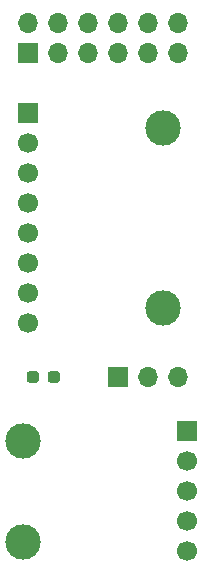
<source format=gts>
G04 #@! TF.GenerationSoftware,KiCad,Pcbnew,6.0.9-8da3e8f707~116~ubuntu20.04.1*
G04 #@! TF.CreationDate,2023-03-05T00:07:15+01:00*
G04 #@! TF.ProjectId,accl_magn_pmod,6163636c-5f6d-4616-976e-5f706d6f642e,rev?*
G04 #@! TF.SameCoordinates,Original*
G04 #@! TF.FileFunction,Soldermask,Top*
G04 #@! TF.FilePolarity,Negative*
%FSLAX46Y46*%
G04 Gerber Fmt 4.6, Leading zero omitted, Abs format (unit mm)*
G04 Created by KiCad (PCBNEW 6.0.9-8da3e8f707~116~ubuntu20.04.1) date 2023-03-05 00:07:15*
%MOMM*%
%LPD*%
G01*
G04 APERTURE LIST*
G04 Aperture macros list*
%AMRoundRect*
0 Rectangle with rounded corners*
0 $1 Rounding radius*
0 $2 $3 $4 $5 $6 $7 $8 $9 X,Y pos of 4 corners*
0 Add a 4 corners polygon primitive as box body*
4,1,4,$2,$3,$4,$5,$6,$7,$8,$9,$2,$3,0*
0 Add four circle primitives for the rounded corners*
1,1,$1+$1,$2,$3*
1,1,$1+$1,$4,$5*
1,1,$1+$1,$6,$7*
1,1,$1+$1,$8,$9*
0 Add four rect primitives between the rounded corners*
20,1,$1+$1,$2,$3,$4,$5,0*
20,1,$1+$1,$4,$5,$6,$7,0*
20,1,$1+$1,$6,$7,$8,$9,0*
20,1,$1+$1,$8,$9,$2,$3,0*%
G04 Aperture macros list end*
%ADD10C,3.000000*%
%ADD11R,1.700000X1.700000*%
%ADD12C,1.700000*%
%ADD13O,1.700000X1.700000*%
%ADD14RoundRect,0.237500X-0.287500X-0.237500X0.287500X-0.237500X0.287500X0.237500X-0.287500X0.237500X0*%
G04 APERTURE END LIST*
D10*
X117627400Y-103621400D03*
X117627400Y-95021400D03*
D11*
X131572000Y-94234000D03*
D12*
X131572000Y-96774000D03*
X131572000Y-99314000D03*
X131572000Y-101854000D03*
X131572000Y-104394000D03*
D10*
X129540000Y-68580000D03*
X129540000Y-83820000D03*
D11*
X118110000Y-67310000D03*
D12*
X118110000Y-69850000D03*
X118110000Y-72390000D03*
X118110000Y-74930000D03*
X118110000Y-77470000D03*
X118110000Y-80010000D03*
X118110000Y-82550000D03*
X118110000Y-85090000D03*
D11*
X125730000Y-89662000D03*
D13*
X128270000Y-89662000D03*
X130810000Y-89662000D03*
D11*
X118110000Y-62230000D03*
D13*
X118110000Y-59690000D03*
X120650000Y-62230000D03*
X120650000Y-59690000D03*
X123190000Y-62230000D03*
X123190000Y-59690000D03*
X125730000Y-62230000D03*
X125730000Y-59690000D03*
X128270000Y-62230000D03*
X128270000Y-59690000D03*
X130810000Y-62230000D03*
X130810000Y-59690000D03*
D14*
X118505000Y-89662000D03*
X120255000Y-89662000D03*
M02*

</source>
